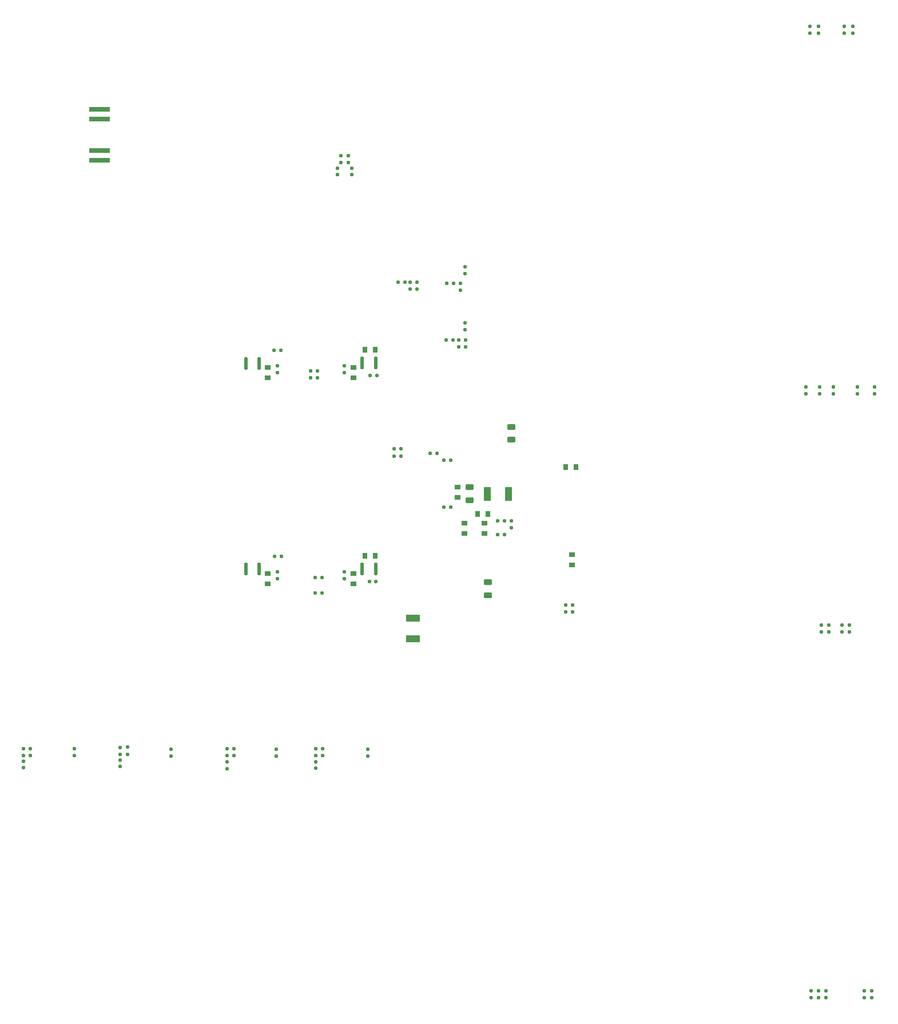
<source format=gbp>
G04*
G04 #@! TF.GenerationSoftware,Altium Limited,Altium Designer,24.4.1 (13)*
G04*
G04 Layer_Color=128*
%FSLAX26Y26*%
%MOIN*%
G70*
G04*
G04 #@! TF.SameCoordinates,905C8A78-2083-4C7B-A4A3-8DC1081A3543*
G04*
G04*
G04 #@! TF.FilePolarity,Positive*
G04*
G01*
G75*
G04:AMPARAMS|DCode=36|XSize=20.715mil|YSize=16.777mil|CornerRadius=3.074mil|HoleSize=0mil|Usage=FLASHONLY|Rotation=90.000|XOffset=0mil|YOffset=0mil|HoleType=Round|Shape=RoundedRectangle|*
%AMROUNDEDRECTD36*
21,1,0.020715,0.010630,0,0,90.0*
21,1,0.014567,0.016777,0,0,90.0*
1,1,0.006148,0.005315,0.007284*
1,1,0.006148,0.005315,-0.007284*
1,1,0.006148,-0.005315,-0.007284*
1,1,0.006148,-0.005315,0.007284*
%
%ADD36ROUNDEDRECTD36*%
G04:AMPARAMS|DCode=37|XSize=19.91mil|YSize=17.548mil|CornerRadius=3.262mil|HoleSize=0mil|Usage=FLASHONLY|Rotation=270.000|XOffset=0mil|YOffset=0mil|HoleType=Round|Shape=RoundedRectangle|*
%AMROUNDEDRECTD37*
21,1,0.019910,0.011024,0,0,270.0*
21,1,0.013386,0.017548,0,0,270.0*
1,1,0.006524,-0.005512,-0.006693*
1,1,0.006524,-0.005512,0.006693*
1,1,0.006524,0.005512,0.006693*
1,1,0.006524,0.005512,-0.006693*
%
%ADD37ROUNDEDRECTD37*%
G04:AMPARAMS|DCode=38|XSize=30.348mil|YSize=28.38mil|CornerRadius=0.902mil|HoleSize=0mil|Usage=FLASHONLY|Rotation=270.000|XOffset=0mil|YOffset=0mil|HoleType=Round|Shape=RoundedRectangle|*
%AMROUNDEDRECTD38*
21,1,0.030348,0.026575,0,0,270.0*
21,1,0.028543,0.028380,0,0,270.0*
1,1,0.001805,-0.013287,-0.014272*
1,1,0.001805,-0.013287,0.014272*
1,1,0.001805,0.013287,0.014272*
1,1,0.001805,0.013287,-0.014272*
%
%ADD38ROUNDEDRECTD38*%
G04:AMPARAMS|DCode=39|XSize=30.348mil|YSize=28.38mil|CornerRadius=0.902mil|HoleSize=0mil|Usage=FLASHONLY|Rotation=0.000|XOffset=0mil|YOffset=0mil|HoleType=Round|Shape=RoundedRectangle|*
%AMROUNDEDRECTD39*
21,1,0.030348,0.026575,0,0,0.0*
21,1,0.028543,0.028380,0,0,0.0*
1,1,0.001805,0.014272,-0.013287*
1,1,0.001805,-0.014272,-0.013287*
1,1,0.001805,-0.014272,0.013287*
1,1,0.001805,0.014272,0.013287*
%
%ADD39ROUNDEDRECTD39*%
G04:AMPARAMS|DCode=40|XSize=19.91mil|YSize=17.548mil|CornerRadius=3.262mil|HoleSize=0mil|Usage=FLASHONLY|Rotation=0.000|XOffset=0mil|YOffset=0mil|HoleType=Round|Shape=RoundedRectangle|*
%AMROUNDEDRECTD40*
21,1,0.019910,0.011024,0,0,0.0*
21,1,0.013386,0.017548,0,0,0.0*
1,1,0.006524,0.006693,-0.005512*
1,1,0.006524,-0.006693,-0.005512*
1,1,0.006524,-0.006693,0.005512*
1,1,0.006524,0.006693,0.005512*
%
%ADD40ROUNDEDRECTD40*%
G04:AMPARAMS|DCode=42|XSize=20.715mil|YSize=16.777mil|CornerRadius=3.074mil|HoleSize=0mil|Usage=FLASHONLY|Rotation=180.000|XOffset=0mil|YOffset=0mil|HoleType=Round|Shape=RoundedRectangle|*
%AMROUNDEDRECTD42*
21,1,0.020715,0.010630,0,0,180.0*
21,1,0.014567,0.016777,0,0,180.0*
1,1,0.006148,-0.007284,0.005315*
1,1,0.006148,0.007284,0.005315*
1,1,0.006148,0.007284,-0.005315*
1,1,0.006148,-0.007284,-0.005315*
%
%ADD42ROUNDEDRECTD42*%
G04:AMPARAMS|DCode=45|XSize=39.342mil|YSize=79.696mil|CornerRadius=0mil|HoleSize=0mil|Usage=FLASHONLY|Rotation=90.000|XOffset=0mil|YOffset=0mil|HoleType=Round|Shape=RoundedRectangle|*
%AMROUNDEDRECTD45*
21,1,0.039342,0.079696,0,0,90.0*
21,1,0.039342,0.079696,0,0,90.0*
1,1,0.000000,0.039848,0.019671*
1,1,0.000000,0.039848,-0.019671*
1,1,0.000000,-0.039848,-0.019671*
1,1,0.000000,-0.039848,0.019671*
%
%ADD45ROUNDEDRECTD45*%
G04:AMPARAMS|DCode=58|XSize=22.892mil|YSize=70.136mil|CornerRadius=3.572mil|HoleSize=0mil|Usage=FLASHONLY|Rotation=0.000|XOffset=0mil|YOffset=0mil|HoleType=Round|Shape=RoundedRectangle|*
%AMROUNDEDRECTD58*
21,1,0.022892,0.062992,0,0,0.0*
21,1,0.015748,0.070136,0,0,0.0*
1,1,0.007144,0.007874,-0.031496*
1,1,0.007144,-0.007874,-0.031496*
1,1,0.007144,-0.007874,0.031496*
1,1,0.007144,0.007874,0.031496*
%
%ADD58ROUNDEDRECTD58*%
G04:AMPARAMS|DCode=157|XSize=48.032mil|YSize=30.316mil|CornerRadius=5.315mil|HoleSize=0mil|Usage=FLASHONLY|Rotation=0.000|XOffset=0mil|YOffset=0mil|HoleType=Round|Shape=RoundedRectangle|*
%AMROUNDEDRECTD157*
21,1,0.048032,0.019685,0,0,0.0*
21,1,0.037402,0.030316,0,0,0.0*
1,1,0.010631,0.018701,-0.009843*
1,1,0.010631,-0.018701,-0.009843*
1,1,0.010631,-0.018701,0.009843*
1,1,0.010631,0.018701,0.009843*
%
%ADD157ROUNDEDRECTD157*%
G04:AMPARAMS|DCode=158|XSize=39.342mil|YSize=79.696mil|CornerRadius=0mil|HoleSize=0mil|Usage=FLASHONLY|Rotation=180.000|XOffset=0mil|YOffset=0mil|HoleType=Round|Shape=RoundedRectangle|*
%AMROUNDEDRECTD158*
21,1,0.039342,0.079696,0,0,180.0*
21,1,0.039342,0.079696,0,0,180.0*
1,1,0.000000,-0.019671,0.039848*
1,1,0.000000,0.019671,0.039848*
1,1,0.000000,0.019671,-0.039848*
1,1,0.000000,-0.019671,-0.039848*
%
%ADD158ROUNDEDRECTD158*%
G04:AMPARAMS|DCode=159|XSize=122.44mil|YSize=27.952mil|CornerRadius=0mil|HoleSize=0mil|Usage=FLASHONLY|Rotation=0.000|XOffset=0mil|YOffset=0mil|HoleType=Round|Shape=RoundedRectangle|*
%AMROUNDEDRECTD159*
21,1,0.122440,0.027952,0,0,0.0*
21,1,0.122440,0.027952,0,0,0.0*
1,1,0.000000,0.061220,-0.013976*
1,1,0.000000,-0.061220,-0.013976*
1,1,0.000000,-0.061220,0.013976*
1,1,0.000000,0.061220,0.013976*
%
%ADD159ROUNDEDRECTD159*%
D36*
X4374843Y5360000D02*
D03*
X4415000D02*
D03*
X4374921Y5318966D02*
D03*
X4415079D02*
D03*
X3955079Y4610000D02*
D03*
X3914921D02*
D03*
X3955079Y4520000D02*
D03*
X3914921D02*
D03*
X3679921Y4735000D02*
D03*
X3720079D02*
D03*
X3675000Y5935000D02*
D03*
X3715157D02*
D03*
X3930000Y5775000D02*
D03*
X3889843D02*
D03*
X3929921Y5816034D02*
D03*
X3889764D02*
D03*
X4678784Y5995129D02*
D03*
X4718942D02*
D03*
X4751394Y5995346D02*
D03*
X4791552D02*
D03*
Y5954313D02*
D03*
X4751394D02*
D03*
X4681611Y6323253D02*
D03*
X4721769D02*
D03*
X4470076Y6332104D02*
D03*
X4510233D02*
D03*
Y6291069D02*
D03*
X4470076D02*
D03*
X4399921Y6331885D02*
D03*
X4440079D02*
D03*
D37*
X4704724Y5019685D02*
D03*
X4666929D02*
D03*
X4980315Y4940945D02*
D03*
X5018110D02*
D03*
Y4862205D02*
D03*
X4980315D02*
D03*
X4703898Y5295000D02*
D03*
X4666102D02*
D03*
X4587000Y5334000D02*
D03*
X4624795D02*
D03*
X4268898Y4586939D02*
D03*
X4231102D02*
D03*
X4273898Y5786939D02*
D03*
X4236102D02*
D03*
D38*
X4862205Y4980315D02*
D03*
X4923228D02*
D03*
X5374016Y5255905D02*
D03*
X5435039D02*
D03*
X4265512Y4738967D02*
D03*
X4204488D02*
D03*
X4265512Y5938967D02*
D03*
X4204488D02*
D03*
D39*
X4744000Y5078488D02*
D03*
Y5139512D02*
D03*
X4784000Y4929512D02*
D03*
Y4868488D02*
D03*
X4902000Y4866958D02*
D03*
Y4927982D02*
D03*
X5413386Y4744095D02*
D03*
Y4683071D02*
D03*
X4138317Y4635512D02*
D03*
Y4574488D02*
D03*
X3640000Y4635512D02*
D03*
Y4574488D02*
D03*
Y5834512D02*
D03*
Y5773488D02*
D03*
X4138317Y5835512D02*
D03*
Y5774488D02*
D03*
D40*
X5059000Y4902858D02*
D03*
Y4940653D02*
D03*
X2214968Y3503685D02*
D03*
Y3541481D02*
D03*
X2779492Y3548848D02*
D03*
Y3511053D02*
D03*
X3401684Y3498762D02*
D03*
Y3536557D02*
D03*
X3919055Y3539512D02*
D03*
Y3501717D02*
D03*
X4085000Y4643898D02*
D03*
Y4606102D02*
D03*
X3695000Y4643898D02*
D03*
Y4606102D02*
D03*
Y5844000D02*
D03*
Y5806205D02*
D03*
X4085000Y5806000D02*
D03*
Y5843795D02*
D03*
X4045454Y6994884D02*
D03*
Y6957089D02*
D03*
X4130278Y6994884D02*
D03*
Y6957089D02*
D03*
D42*
X5375000Y4450079D02*
D03*
Y4409921D02*
D03*
X5416034D02*
D03*
Y4450079D02*
D03*
X2214968Y3574937D02*
D03*
Y3615095D02*
D03*
X2256625D02*
D03*
Y3574937D02*
D03*
X2513218Y3613968D02*
D03*
Y3573811D02*
D03*
X2779492Y3621968D02*
D03*
Y3581811D02*
D03*
X2821492Y3582811D02*
D03*
Y3622968D02*
D03*
X3074492Y3569811D02*
D03*
Y3609968D02*
D03*
X3442399Y3615095D02*
D03*
Y3574937D02*
D03*
X3400995Y3574937D02*
D03*
Y3615094D02*
D03*
X3690000Y3612047D02*
D03*
Y3571890D02*
D03*
X3919055Y3614937D02*
D03*
Y3574780D02*
D03*
X3960280D02*
D03*
Y3614937D02*
D03*
X4221510Y3569811D02*
D03*
Y3609968D02*
D03*
X4790000Y6095079D02*
D03*
Y6054921D02*
D03*
X4762449Y6323557D02*
D03*
Y6283400D02*
D03*
X4790000Y6379921D02*
D03*
Y6420079D02*
D03*
X6800000Y7779921D02*
D03*
Y7820079D02*
D03*
X6850000Y7779921D02*
D03*
Y7820079D02*
D03*
X7000000Y7779921D02*
D03*
Y7820079D02*
D03*
X7050000Y7779921D02*
D03*
Y7820079D02*
D03*
X6775000Y5720079D02*
D03*
Y5679921D02*
D03*
X6855000Y5720157D02*
D03*
Y5680000D02*
D03*
X6935000Y5720157D02*
D03*
Y5680000D02*
D03*
X7075000Y5720157D02*
D03*
Y5680000D02*
D03*
X7175000Y5720157D02*
D03*
Y5680000D02*
D03*
X6865000Y4294921D02*
D03*
Y4335079D02*
D03*
X6910000Y4294921D02*
D03*
Y4335079D02*
D03*
X6985000Y4294921D02*
D03*
Y4335079D02*
D03*
X7030000Y4294843D02*
D03*
Y4335000D02*
D03*
X4066966Y7027847D02*
D03*
Y7068004D02*
D03*
X4108000D02*
D03*
Y7027847D02*
D03*
X6805000Y2205157D02*
D03*
Y2165000D02*
D03*
X6850000Y2205157D02*
D03*
Y2165000D02*
D03*
X6891034Y2205079D02*
D03*
Y2164921D02*
D03*
X7115000Y2205079D02*
D03*
Y2164921D02*
D03*
X7160000Y2205079D02*
D03*
Y2164921D02*
D03*
D45*
X4485000Y4254468D02*
D03*
Y4375532D02*
D03*
D58*
X4267422Y4660000D02*
D03*
X4188681D02*
D03*
X3510895D02*
D03*
X3589636D02*
D03*
X3510630Y5859000D02*
D03*
X3589370D02*
D03*
X4267422Y5860000D02*
D03*
X4188681D02*
D03*
D157*
X4814000Y5136402D02*
D03*
Y5061598D02*
D03*
X5059000Y5414598D02*
D03*
Y5489402D02*
D03*
X4921000Y4584402D02*
D03*
Y4509598D02*
D03*
D158*
X5040846Y5098425D02*
D03*
X4919783D02*
D03*
D159*
X2660000Y7099528D02*
D03*
Y7040472D02*
D03*
Y7280472D02*
D03*
Y7339528D02*
D03*
M02*

</source>
